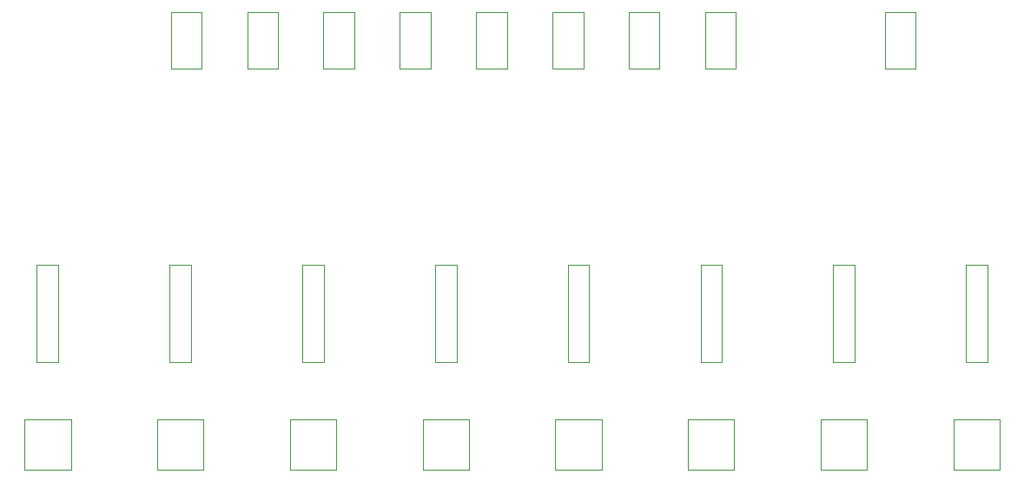
<source format=gbr>
%TF.GenerationSoftware,KiCad,Pcbnew,5.1.4-3.fc30*%
%TF.CreationDate,2019-10-13T17:27:32+02:00*%
%TF.ProjectId,LED_line,4c45445f-6c69-46e6-952e-6b696361645f,rev?*%
%TF.SameCoordinates,PX4531a5cPY39f1340*%
%TF.FileFunction,Other,User*%
%FSLAX46Y46*%
G04 Gerber Fmt 4.6, Leading zero omitted, Abs format (unit mm)*
G04 Created by KiCad (PCBNEW 5.1.4-3.fc30) date 2019-10-13 17:27:32*
%MOMM*%
%LPD*%
G04 APERTURE LIST*
%ADD10C,0.120000*%
%ADD11C,0.050000*%
G04 APERTURE END LIST*
D10*
%TO.C,J9*%
X85888700Y-4545200D02*
X85888700Y-10070200D01*
X88888700Y-4560200D02*
X88888700Y-10085200D01*
X88888700Y-4545200D02*
X85888700Y-4545200D01*
X88888700Y-10085200D02*
X85888700Y-10085200D01*
%TO.C,J1*%
X16280000Y-4545200D02*
X16280000Y-10070200D01*
X19280000Y-4560200D02*
X19280000Y-10085200D01*
X19280000Y-4545200D02*
X16280000Y-4545200D01*
X19280000Y-10085200D02*
X16280000Y-10085200D01*
D11*
%TO.C,D1*%
X2029900Y-44293300D02*
X2029900Y-49143300D01*
X6529900Y-44293300D02*
X2029900Y-44293300D01*
X6529900Y-49143300D02*
X6529900Y-44293300D01*
X2029900Y-49143300D02*
X6529900Y-49143300D01*
%TO.C,D2*%
X14963942Y-44293300D02*
X14963942Y-49143300D01*
X19463942Y-44293300D02*
X14963942Y-44293300D01*
X19463942Y-49143300D02*
X19463942Y-44293300D01*
X14963942Y-49143300D02*
X19463942Y-49143300D01*
%TO.C,D3*%
X27897984Y-44293300D02*
X27897984Y-49143300D01*
X32397984Y-44293300D02*
X27897984Y-44293300D01*
X32397984Y-49143300D02*
X32397984Y-44293300D01*
X27897984Y-49143300D02*
X32397984Y-49143300D01*
%TO.C,D4*%
X40832026Y-44293300D02*
X40832026Y-49143300D01*
X45332026Y-44293300D02*
X40832026Y-44293300D01*
X45332026Y-49143300D02*
X45332026Y-44293300D01*
X40832026Y-49143300D02*
X45332026Y-49143300D01*
%TO.C,D5*%
X53766068Y-44293300D02*
X53766068Y-49143300D01*
X58266068Y-44293300D02*
X53766068Y-44293300D01*
X58266068Y-49143300D02*
X58266068Y-44293300D01*
X53766068Y-49143300D02*
X58266068Y-49143300D01*
%TO.C,D6*%
X66700110Y-44293300D02*
X66700110Y-49143300D01*
X71200110Y-44293300D02*
X66700110Y-44293300D01*
X71200110Y-49143300D02*
X71200110Y-44293300D01*
X66700110Y-49143300D02*
X71200110Y-49143300D01*
%TO.C,D7*%
X79634152Y-44293300D02*
X79634152Y-49143300D01*
X84134152Y-44293300D02*
X79634152Y-44293300D01*
X84134152Y-49143300D02*
X84134152Y-44293300D01*
X79634152Y-49143300D02*
X84134152Y-49143300D01*
%TO.C,D8*%
X92568200Y-44293300D02*
X92568200Y-49143300D01*
X97068200Y-44293300D02*
X92568200Y-44293300D01*
X97068200Y-49143300D02*
X97068200Y-44293300D01*
X92568200Y-49143300D02*
X97068200Y-49143300D01*
D10*
%TO.C,J2*%
X23720385Y-4545200D02*
X23720385Y-10070200D01*
X26720385Y-4560200D02*
X26720385Y-10085200D01*
X26720385Y-4545200D02*
X23720385Y-4545200D01*
X26720385Y-10085200D02*
X23720385Y-10085200D01*
%TO.C,J3*%
X31160770Y-4545200D02*
X31160770Y-10070200D01*
X34160770Y-4560200D02*
X34160770Y-10085200D01*
X34160770Y-4545200D02*
X31160770Y-4545200D01*
X34160770Y-10085200D02*
X31160770Y-10085200D01*
%TO.C,J4*%
X38601155Y-4545200D02*
X38601155Y-10070200D01*
X41601155Y-4560200D02*
X41601155Y-10085200D01*
X41601155Y-4545200D02*
X38601155Y-4545200D01*
X41601155Y-10085200D02*
X38601155Y-10085200D01*
%TO.C,J5*%
X46041540Y-4545200D02*
X46041540Y-10070200D01*
X49041540Y-4560200D02*
X49041540Y-10085200D01*
X49041540Y-4545200D02*
X46041540Y-4545200D01*
X49041540Y-10085200D02*
X46041540Y-10085200D01*
%TO.C,J6*%
X53481925Y-4545200D02*
X53481925Y-10070200D01*
X56481925Y-4560200D02*
X56481925Y-10085200D01*
X56481925Y-4545200D02*
X53481925Y-4545200D01*
X56481925Y-10085200D02*
X53481925Y-10085200D01*
%TO.C,J7*%
X60922310Y-4545200D02*
X60922310Y-10070200D01*
X63922310Y-4560200D02*
X63922310Y-10085200D01*
X63922310Y-4545200D02*
X60922310Y-4545200D01*
X63922310Y-10085200D02*
X60922310Y-10085200D01*
%TO.C,J8*%
X68362700Y-4545200D02*
X68362700Y-10070200D01*
X71362700Y-4560200D02*
X71362700Y-10085200D01*
X71362700Y-4545200D02*
X68362700Y-4545200D01*
X71362700Y-10085200D02*
X68362700Y-10085200D01*
D11*
%TO.C,R1*%
X5304500Y-38694400D02*
X5304500Y-29174400D01*
X3204500Y-38694400D02*
X5304500Y-38694400D01*
X3204500Y-29174400D02*
X3204500Y-38694400D01*
X5304500Y-29174400D02*
X3204500Y-29174400D01*
%TO.C,R2*%
X18245800Y-38694400D02*
X18245800Y-29174400D01*
X16145800Y-38694400D02*
X18245800Y-38694400D01*
X16145800Y-29174400D02*
X16145800Y-38694400D01*
X18245800Y-29174400D02*
X16145800Y-29174400D01*
%TO.C,R3*%
X31187100Y-38694400D02*
X31187100Y-29174400D01*
X29087100Y-38694400D02*
X31187100Y-38694400D01*
X29087100Y-29174400D02*
X29087100Y-38694400D01*
X31187100Y-29174400D02*
X29087100Y-29174400D01*
%TO.C,R4*%
X44128400Y-38694400D02*
X44128400Y-29174400D01*
X42028400Y-38694400D02*
X44128400Y-38694400D01*
X42028400Y-29174400D02*
X42028400Y-38694400D01*
X44128400Y-29174400D02*
X42028400Y-29174400D01*
%TO.C,R5*%
X57069700Y-38694400D02*
X57069700Y-29174400D01*
X54969700Y-38694400D02*
X57069700Y-38694400D01*
X54969700Y-29174400D02*
X54969700Y-38694400D01*
X57069700Y-29174400D02*
X54969700Y-29174400D01*
%TO.C,R6*%
X70011000Y-38694400D02*
X70011000Y-29174400D01*
X67911000Y-38694400D02*
X70011000Y-38694400D01*
X67911000Y-29174400D02*
X67911000Y-38694400D01*
X70011000Y-29174400D02*
X67911000Y-29174400D01*
%TO.C,R7*%
X82952300Y-38694400D02*
X82952300Y-29174400D01*
X80852300Y-38694400D02*
X82952300Y-38694400D01*
X80852300Y-29174400D02*
X80852300Y-38694400D01*
X82952300Y-29174400D02*
X80852300Y-29174400D01*
%TO.C,R8*%
X95893600Y-38694400D02*
X95893600Y-29174400D01*
X93793600Y-38694400D02*
X95893600Y-38694400D01*
X93793600Y-29174400D02*
X93793600Y-38694400D01*
X95893600Y-29174400D02*
X93793600Y-29174400D01*
%TD*%
M02*

</source>
